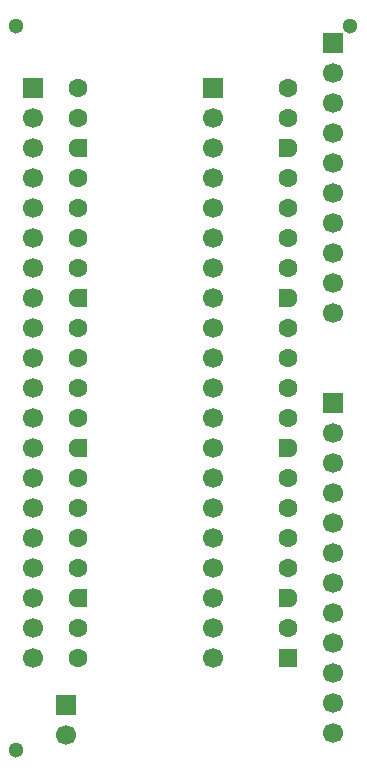
<source format=gbr>
%TF.GenerationSoftware,KiCad,Pcbnew,9.0.3-9.0.3-0~ubuntu24.04.1*%
%TF.CreationDate,2025-09-06T02:21:12+02:00*%
%TF.ProjectId,board_nfz330_nfz400,626f6172-645f-46e6-967a-3333305f6e66,rev?*%
%TF.SameCoordinates,Original*%
%TF.FileFunction,Soldermask,Bot*%
%TF.FilePolarity,Negative*%
%FSLAX46Y46*%
G04 Gerber Fmt 4.6, Leading zero omitted, Abs format (unit mm)*
G04 Created by KiCad (PCBNEW 9.0.3-9.0.3-0~ubuntu24.04.1) date 2025-09-06 02:21:12*
%MOMM*%
%LPD*%
G01*
G04 APERTURE LIST*
G04 Aperture macros list*
%AMRoundRect*
0 Rectangle with rounded corners*
0 $1 Rounding radius*
0 $2 $3 $4 $5 $6 $7 $8 $9 X,Y pos of 4 corners*
0 Add a 4 corners polygon primitive as box body*
4,1,4,$2,$3,$4,$5,$6,$7,$8,$9,$2,$3,0*
0 Add four circle primitives for the rounded corners*
1,1,$1+$1,$2,$3*
1,1,$1+$1,$4,$5*
1,1,$1+$1,$6,$7*
1,1,$1+$1,$8,$9*
0 Add four rect primitives between the rounded corners*
20,1,$1+$1,$2,$3,$4,$5,0*
20,1,$1+$1,$4,$5,$6,$7,0*
20,1,$1+$1,$6,$7,$8,$9,0*
20,1,$1+$1,$8,$9,$2,$3,0*%
%AMFreePoly0*
4,1,37,0.603843,0.796157,0.639018,0.796157,0.711114,0.766294,0.766294,0.711114,0.796157,0.639018,0.796157,0.603843,0.800000,0.600000,0.800000,-0.600000,0.796157,-0.603843,0.796157,-0.639018,0.766294,-0.711114,0.711114,-0.766294,0.639018,-0.796157,0.603843,-0.796157,0.600000,-0.800000,0.000000,-0.800000,0.000000,-0.796148,-0.078414,-0.796148,-0.232228,-0.765552,-0.377117,-0.705537,
-0.507515,-0.618408,-0.618408,-0.507515,-0.705537,-0.377117,-0.765552,-0.232228,-0.796148,-0.078414,-0.796148,0.078414,-0.765552,0.232228,-0.705537,0.377117,-0.618408,0.507515,-0.507515,0.618408,-0.377117,0.705537,-0.232228,0.765552,-0.078414,0.796148,0.000000,0.796148,0.000000,0.800000,0.600000,0.800000,0.603843,0.796157,0.603843,0.796157,$1*%
%AMFreePoly1*
4,1,37,0.000000,0.796148,0.078414,0.796148,0.232228,0.765552,0.377117,0.705537,0.507515,0.618408,0.618408,0.507515,0.705537,0.377117,0.765552,0.232228,0.796148,0.078414,0.796148,-0.078414,0.765552,-0.232228,0.705537,-0.377117,0.618408,-0.507515,0.507515,-0.618408,0.377117,-0.705537,0.232228,-0.765552,0.078414,-0.796148,0.000000,-0.796148,0.000000,-0.800000,-0.600000,-0.800000,
-0.603843,-0.796157,-0.639018,-0.796157,-0.711114,-0.766294,-0.766294,-0.711114,-0.796157,-0.639018,-0.796157,-0.603843,-0.800000,-0.600000,-0.800000,0.600000,-0.796157,0.603843,-0.796157,0.639018,-0.766294,0.711114,-0.711114,0.766294,-0.639018,0.796157,-0.603843,0.796157,-0.600000,0.800000,0.000000,0.800000,0.000000,0.796148,0.000000,0.796148,$1*%
G04 Aperture macros list end*
%ADD10RoundRect,0.200000X0.600000X0.600000X-0.600000X0.600000X-0.600000X-0.600000X0.600000X-0.600000X0*%
%ADD11C,1.600000*%
%ADD12FreePoly0,180.000000*%
%ADD13FreePoly1,180.000000*%
%ADD14C,1.300000*%
%ADD15R,1.700000X1.700000*%
%ADD16C,1.700000*%
G04 APERTURE END LIST*
D10*
%TO.C,J3*%
X79479000Y-122169000D03*
D11*
X79479000Y-119629000D03*
D12*
X79479000Y-117089000D03*
D11*
X79479000Y-114549000D03*
X79479000Y-112009000D03*
X79479000Y-109469000D03*
X79479000Y-106929000D03*
D12*
X79479000Y-104389000D03*
D11*
X79479000Y-101849000D03*
X79479000Y-99309000D03*
X79479000Y-96769000D03*
X79479000Y-94229000D03*
D12*
X79479000Y-91689000D03*
D11*
X79479000Y-89149000D03*
X79479000Y-86609000D03*
X79479000Y-84069000D03*
X79479000Y-81529000D03*
D12*
X79479000Y-78989000D03*
D11*
X79479000Y-76449000D03*
X79479000Y-73909000D03*
X61699000Y-73909000D03*
X61699000Y-76449000D03*
D13*
X61699000Y-78989000D03*
D11*
X61699000Y-81529000D03*
X61699000Y-84069000D03*
X61699000Y-86609000D03*
X61699000Y-89149000D03*
D13*
X61699000Y-91689000D03*
D11*
X61699000Y-94229000D03*
X61699000Y-96769000D03*
X61699000Y-99309000D03*
X61699000Y-101849000D03*
D13*
X61699000Y-104389000D03*
D11*
X61699000Y-106929000D03*
X61699000Y-109469000D03*
X61699000Y-112009000D03*
X61699000Y-114549000D03*
D13*
X61699000Y-117089000D03*
D11*
X61699000Y-119629000D03*
X61699000Y-122169000D03*
%TD*%
D14*
%TO.C,H1*%
X56449000Y-68659000D03*
%TD*%
D15*
%TO.C,J1*%
X83289000Y-100579000D03*
D16*
X83289000Y-103119000D03*
X83289000Y-105659000D03*
X83289000Y-108199000D03*
X83289000Y-110739000D03*
X83289000Y-113279000D03*
X83289000Y-115819000D03*
X83289000Y-118359000D03*
X83289000Y-120899000D03*
X83289000Y-123439000D03*
X83289000Y-125979000D03*
X83289000Y-128519000D03*
D15*
X83289000Y-70099000D03*
D16*
X83289000Y-72639000D03*
X83289000Y-75179000D03*
X83289000Y-77719000D03*
X83289000Y-80259000D03*
X83289000Y-82799000D03*
X83289000Y-85339000D03*
X83289000Y-87879000D03*
X83289000Y-90419000D03*
X83289000Y-92959000D03*
%TD*%
D15*
%TO.C,J4*%
X60657600Y-126182200D03*
D16*
X60657600Y-128722200D03*
%TD*%
D14*
%TO.C,H2*%
X84729000Y-68659000D03*
%TD*%
%TO.C,H3*%
X56449000Y-129959000D03*
%TD*%
D16*
%TO.C,J2*%
X73129000Y-81529000D03*
X73129000Y-78989000D03*
X57889000Y-86609000D03*
X57889000Y-84069000D03*
X57889000Y-81529000D03*
D15*
X57889000Y-73909000D03*
D16*
X57889000Y-76449000D03*
X57889000Y-78989000D03*
X57889000Y-89149000D03*
X57889000Y-91689000D03*
X57889000Y-94229000D03*
X57889000Y-96769000D03*
X57889000Y-99309000D03*
X57889000Y-101849000D03*
X57889000Y-104389000D03*
X57889000Y-106929000D03*
X57889000Y-109469000D03*
X57889000Y-112009000D03*
X57889000Y-114549000D03*
X57889000Y-117089000D03*
X57889000Y-119629000D03*
X57889000Y-122169000D03*
D15*
X73129000Y-73909000D03*
D16*
X73129000Y-76449000D03*
X73129000Y-84069000D03*
X73129000Y-86609000D03*
X73129000Y-89149000D03*
X73129000Y-91689000D03*
X73129000Y-94229000D03*
X73129000Y-96769000D03*
X73129000Y-99309000D03*
X73129000Y-101849000D03*
X73129000Y-104389000D03*
X73129000Y-106929000D03*
X73129000Y-109469000D03*
X73129000Y-112009000D03*
X73129000Y-114549000D03*
X73129000Y-117089000D03*
X73129000Y-119629000D03*
X73129000Y-122169000D03*
%TD*%
M02*

</source>
